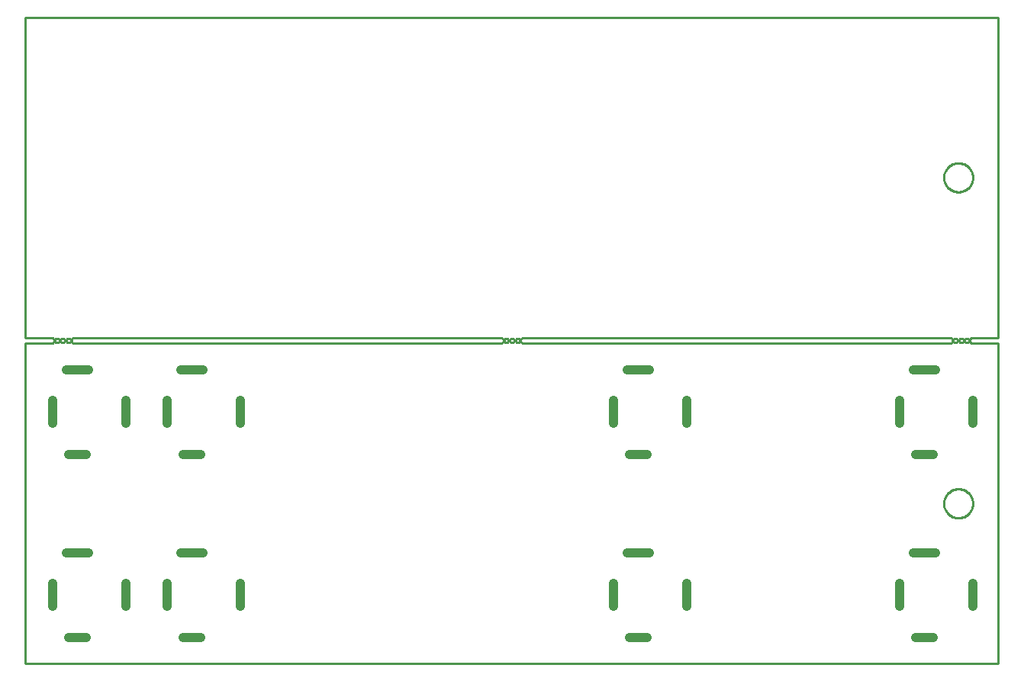
<source format=gko>
G04 EAGLE Gerber RS-274X export*
G75*
%MOMM*%
%FSLAX34Y34*%
%LPD*%
%INBoard Outline*%
%IPPOS*%
%AMOC8*
5,1,8,0,0,1.08239X$1,22.5*%
G01*
%ADD10C,0.000000*%
%ADD11C,1.000000*%
%ADD12C,0.254000*%


D10*
X0Y355600D02*
X0Y0D01*
X1079500Y0D01*
X1079500Y355600D01*
X1050925Y355600D01*
X1025525Y355600D02*
X552450Y355600D01*
X527050Y355600D02*
X53975Y355600D01*
X28575Y355600D02*
X0Y355600D01*
X1050925Y361950D02*
X1079500Y361950D01*
X1025525Y361950D02*
X552450Y361950D01*
X527050Y361950D02*
X53975Y361950D01*
X28575Y361950D02*
X0Y361950D01*
X0Y717550D01*
X1079500Y717550D02*
X1079500Y361950D01*
X1079500Y717550D02*
X0Y717550D01*
X1018984Y177800D02*
X1018989Y178194D01*
X1019003Y178588D01*
X1019028Y178982D01*
X1019061Y179375D01*
X1019105Y179767D01*
X1019158Y180157D01*
X1019221Y180547D01*
X1019293Y180934D01*
X1019374Y181320D01*
X1019465Y181704D01*
X1019566Y182085D01*
X1019676Y182464D01*
X1019795Y182840D01*
X1019923Y183212D01*
X1020061Y183582D01*
X1020207Y183948D01*
X1020362Y184311D01*
X1020527Y184669D01*
X1020699Y185023D01*
X1020881Y185373D01*
X1021071Y185719D01*
X1021270Y186060D01*
X1021477Y186395D01*
X1021692Y186726D01*
X1021915Y187051D01*
X1022146Y187371D01*
X1022384Y187684D01*
X1022631Y187992D01*
X1022885Y188294D01*
X1023146Y188589D01*
X1023414Y188878D01*
X1023690Y189160D01*
X1023972Y189436D01*
X1024261Y189704D01*
X1024556Y189965D01*
X1024858Y190219D01*
X1025166Y190466D01*
X1025479Y190704D01*
X1025799Y190935D01*
X1026124Y191158D01*
X1026455Y191373D01*
X1026790Y191580D01*
X1027131Y191779D01*
X1027477Y191969D01*
X1027827Y192151D01*
X1028181Y192323D01*
X1028539Y192488D01*
X1028902Y192643D01*
X1029268Y192789D01*
X1029638Y192927D01*
X1030010Y193055D01*
X1030386Y193174D01*
X1030765Y193284D01*
X1031146Y193385D01*
X1031530Y193476D01*
X1031916Y193557D01*
X1032303Y193629D01*
X1032693Y193692D01*
X1033083Y193745D01*
X1033475Y193789D01*
X1033868Y193822D01*
X1034262Y193847D01*
X1034656Y193861D01*
X1035050Y193866D01*
X1035444Y193861D01*
X1035838Y193847D01*
X1036232Y193822D01*
X1036625Y193789D01*
X1037017Y193745D01*
X1037407Y193692D01*
X1037797Y193629D01*
X1038184Y193557D01*
X1038570Y193476D01*
X1038954Y193385D01*
X1039335Y193284D01*
X1039714Y193174D01*
X1040090Y193055D01*
X1040462Y192927D01*
X1040832Y192789D01*
X1041198Y192643D01*
X1041561Y192488D01*
X1041919Y192323D01*
X1042273Y192151D01*
X1042623Y191969D01*
X1042969Y191779D01*
X1043310Y191580D01*
X1043645Y191373D01*
X1043976Y191158D01*
X1044301Y190935D01*
X1044621Y190704D01*
X1044934Y190466D01*
X1045242Y190219D01*
X1045544Y189965D01*
X1045839Y189704D01*
X1046128Y189436D01*
X1046410Y189160D01*
X1046686Y188878D01*
X1046954Y188589D01*
X1047215Y188294D01*
X1047469Y187992D01*
X1047716Y187684D01*
X1047954Y187371D01*
X1048185Y187051D01*
X1048408Y186726D01*
X1048623Y186395D01*
X1048830Y186060D01*
X1049029Y185719D01*
X1049219Y185373D01*
X1049401Y185023D01*
X1049573Y184669D01*
X1049738Y184311D01*
X1049893Y183948D01*
X1050039Y183582D01*
X1050177Y183212D01*
X1050305Y182840D01*
X1050424Y182464D01*
X1050534Y182085D01*
X1050635Y181704D01*
X1050726Y181320D01*
X1050807Y180934D01*
X1050879Y180547D01*
X1050942Y180157D01*
X1050995Y179767D01*
X1051039Y179375D01*
X1051072Y178982D01*
X1051097Y178588D01*
X1051111Y178194D01*
X1051116Y177800D01*
X1051111Y177406D01*
X1051097Y177012D01*
X1051072Y176618D01*
X1051039Y176225D01*
X1050995Y175833D01*
X1050942Y175443D01*
X1050879Y175053D01*
X1050807Y174666D01*
X1050726Y174280D01*
X1050635Y173896D01*
X1050534Y173515D01*
X1050424Y173136D01*
X1050305Y172760D01*
X1050177Y172388D01*
X1050039Y172018D01*
X1049893Y171652D01*
X1049738Y171289D01*
X1049573Y170931D01*
X1049401Y170577D01*
X1049219Y170227D01*
X1049029Y169881D01*
X1048830Y169540D01*
X1048623Y169205D01*
X1048408Y168874D01*
X1048185Y168549D01*
X1047954Y168229D01*
X1047716Y167916D01*
X1047469Y167608D01*
X1047215Y167306D01*
X1046954Y167011D01*
X1046686Y166722D01*
X1046410Y166440D01*
X1046128Y166164D01*
X1045839Y165896D01*
X1045544Y165635D01*
X1045242Y165381D01*
X1044934Y165134D01*
X1044621Y164896D01*
X1044301Y164665D01*
X1043976Y164442D01*
X1043645Y164227D01*
X1043310Y164020D01*
X1042969Y163821D01*
X1042623Y163631D01*
X1042273Y163449D01*
X1041919Y163277D01*
X1041561Y163112D01*
X1041198Y162957D01*
X1040832Y162811D01*
X1040462Y162673D01*
X1040090Y162545D01*
X1039714Y162426D01*
X1039335Y162316D01*
X1038954Y162215D01*
X1038570Y162124D01*
X1038184Y162043D01*
X1037797Y161971D01*
X1037407Y161908D01*
X1037017Y161855D01*
X1036625Y161811D01*
X1036232Y161778D01*
X1035838Y161753D01*
X1035444Y161739D01*
X1035050Y161734D01*
X1034656Y161739D01*
X1034262Y161753D01*
X1033868Y161778D01*
X1033475Y161811D01*
X1033083Y161855D01*
X1032693Y161908D01*
X1032303Y161971D01*
X1031916Y162043D01*
X1031530Y162124D01*
X1031146Y162215D01*
X1030765Y162316D01*
X1030386Y162426D01*
X1030010Y162545D01*
X1029638Y162673D01*
X1029268Y162811D01*
X1028902Y162957D01*
X1028539Y163112D01*
X1028181Y163277D01*
X1027827Y163449D01*
X1027477Y163631D01*
X1027131Y163821D01*
X1026790Y164020D01*
X1026455Y164227D01*
X1026124Y164442D01*
X1025799Y164665D01*
X1025479Y164896D01*
X1025166Y165134D01*
X1024858Y165381D01*
X1024556Y165635D01*
X1024261Y165896D01*
X1023972Y166164D01*
X1023690Y166440D01*
X1023414Y166722D01*
X1023146Y167011D01*
X1022885Y167306D01*
X1022631Y167608D01*
X1022384Y167916D01*
X1022146Y168229D01*
X1021915Y168549D01*
X1021692Y168874D01*
X1021477Y169205D01*
X1021270Y169540D01*
X1021071Y169881D01*
X1020881Y170227D01*
X1020699Y170577D01*
X1020527Y170931D01*
X1020362Y171289D01*
X1020207Y171652D01*
X1020061Y172018D01*
X1019923Y172388D01*
X1019795Y172760D01*
X1019676Y173136D01*
X1019566Y173515D01*
X1019465Y173896D01*
X1019374Y174280D01*
X1019293Y174666D01*
X1019221Y175053D01*
X1019158Y175443D01*
X1019105Y175833D01*
X1019061Y176225D01*
X1019028Y176618D01*
X1019003Y177012D01*
X1018989Y177406D01*
X1018984Y177800D01*
X1018984Y539750D02*
X1018989Y540144D01*
X1019003Y540538D01*
X1019028Y540932D01*
X1019061Y541325D01*
X1019105Y541717D01*
X1019158Y542107D01*
X1019221Y542497D01*
X1019293Y542884D01*
X1019374Y543270D01*
X1019465Y543654D01*
X1019566Y544035D01*
X1019676Y544414D01*
X1019795Y544790D01*
X1019923Y545162D01*
X1020061Y545532D01*
X1020207Y545898D01*
X1020362Y546261D01*
X1020527Y546619D01*
X1020699Y546973D01*
X1020881Y547323D01*
X1021071Y547669D01*
X1021270Y548010D01*
X1021477Y548345D01*
X1021692Y548676D01*
X1021915Y549001D01*
X1022146Y549321D01*
X1022384Y549634D01*
X1022631Y549942D01*
X1022885Y550244D01*
X1023146Y550539D01*
X1023414Y550828D01*
X1023690Y551110D01*
X1023972Y551386D01*
X1024261Y551654D01*
X1024556Y551915D01*
X1024858Y552169D01*
X1025166Y552416D01*
X1025479Y552654D01*
X1025799Y552885D01*
X1026124Y553108D01*
X1026455Y553323D01*
X1026790Y553530D01*
X1027131Y553729D01*
X1027477Y553919D01*
X1027827Y554101D01*
X1028181Y554273D01*
X1028539Y554438D01*
X1028902Y554593D01*
X1029268Y554739D01*
X1029638Y554877D01*
X1030010Y555005D01*
X1030386Y555124D01*
X1030765Y555234D01*
X1031146Y555335D01*
X1031530Y555426D01*
X1031916Y555507D01*
X1032303Y555579D01*
X1032693Y555642D01*
X1033083Y555695D01*
X1033475Y555739D01*
X1033868Y555772D01*
X1034262Y555797D01*
X1034656Y555811D01*
X1035050Y555816D01*
X1035444Y555811D01*
X1035838Y555797D01*
X1036232Y555772D01*
X1036625Y555739D01*
X1037017Y555695D01*
X1037407Y555642D01*
X1037797Y555579D01*
X1038184Y555507D01*
X1038570Y555426D01*
X1038954Y555335D01*
X1039335Y555234D01*
X1039714Y555124D01*
X1040090Y555005D01*
X1040462Y554877D01*
X1040832Y554739D01*
X1041198Y554593D01*
X1041561Y554438D01*
X1041919Y554273D01*
X1042273Y554101D01*
X1042623Y553919D01*
X1042969Y553729D01*
X1043310Y553530D01*
X1043645Y553323D01*
X1043976Y553108D01*
X1044301Y552885D01*
X1044621Y552654D01*
X1044934Y552416D01*
X1045242Y552169D01*
X1045544Y551915D01*
X1045839Y551654D01*
X1046128Y551386D01*
X1046410Y551110D01*
X1046686Y550828D01*
X1046954Y550539D01*
X1047215Y550244D01*
X1047469Y549942D01*
X1047716Y549634D01*
X1047954Y549321D01*
X1048185Y549001D01*
X1048408Y548676D01*
X1048623Y548345D01*
X1048830Y548010D01*
X1049029Y547669D01*
X1049219Y547323D01*
X1049401Y546973D01*
X1049573Y546619D01*
X1049738Y546261D01*
X1049893Y545898D01*
X1050039Y545532D01*
X1050177Y545162D01*
X1050305Y544790D01*
X1050424Y544414D01*
X1050534Y544035D01*
X1050635Y543654D01*
X1050726Y543270D01*
X1050807Y542884D01*
X1050879Y542497D01*
X1050942Y542107D01*
X1050995Y541717D01*
X1051039Y541325D01*
X1051072Y540932D01*
X1051097Y540538D01*
X1051111Y540144D01*
X1051116Y539750D01*
X1051111Y539356D01*
X1051097Y538962D01*
X1051072Y538568D01*
X1051039Y538175D01*
X1050995Y537783D01*
X1050942Y537393D01*
X1050879Y537003D01*
X1050807Y536616D01*
X1050726Y536230D01*
X1050635Y535846D01*
X1050534Y535465D01*
X1050424Y535086D01*
X1050305Y534710D01*
X1050177Y534338D01*
X1050039Y533968D01*
X1049893Y533602D01*
X1049738Y533239D01*
X1049573Y532881D01*
X1049401Y532527D01*
X1049219Y532177D01*
X1049029Y531831D01*
X1048830Y531490D01*
X1048623Y531155D01*
X1048408Y530824D01*
X1048185Y530499D01*
X1047954Y530179D01*
X1047716Y529866D01*
X1047469Y529558D01*
X1047215Y529256D01*
X1046954Y528961D01*
X1046686Y528672D01*
X1046410Y528390D01*
X1046128Y528114D01*
X1045839Y527846D01*
X1045544Y527585D01*
X1045242Y527331D01*
X1044934Y527084D01*
X1044621Y526846D01*
X1044301Y526615D01*
X1043976Y526392D01*
X1043645Y526177D01*
X1043310Y525970D01*
X1042969Y525771D01*
X1042623Y525581D01*
X1042273Y525399D01*
X1041919Y525227D01*
X1041561Y525062D01*
X1041198Y524907D01*
X1040832Y524761D01*
X1040462Y524623D01*
X1040090Y524495D01*
X1039714Y524376D01*
X1039335Y524266D01*
X1038954Y524165D01*
X1038570Y524074D01*
X1038184Y523993D01*
X1037797Y523921D01*
X1037407Y523858D01*
X1037017Y523805D01*
X1036625Y523761D01*
X1036232Y523728D01*
X1035838Y523703D01*
X1035444Y523689D01*
X1035050Y523684D01*
X1034656Y523689D01*
X1034262Y523703D01*
X1033868Y523728D01*
X1033475Y523761D01*
X1033083Y523805D01*
X1032693Y523858D01*
X1032303Y523921D01*
X1031916Y523993D01*
X1031530Y524074D01*
X1031146Y524165D01*
X1030765Y524266D01*
X1030386Y524376D01*
X1030010Y524495D01*
X1029638Y524623D01*
X1029268Y524761D01*
X1028902Y524907D01*
X1028539Y525062D01*
X1028181Y525227D01*
X1027827Y525399D01*
X1027477Y525581D01*
X1027131Y525771D01*
X1026790Y525970D01*
X1026455Y526177D01*
X1026124Y526392D01*
X1025799Y526615D01*
X1025479Y526846D01*
X1025166Y527084D01*
X1024858Y527331D01*
X1024556Y527585D01*
X1024261Y527846D01*
X1023972Y528114D01*
X1023690Y528390D01*
X1023414Y528672D01*
X1023146Y528961D01*
X1022885Y529256D01*
X1022631Y529558D01*
X1022384Y529866D01*
X1022146Y530179D01*
X1021915Y530499D01*
X1021692Y530824D01*
X1021477Y531155D01*
X1021270Y531490D01*
X1021071Y531831D01*
X1020881Y532177D01*
X1020699Y532527D01*
X1020527Y532881D01*
X1020362Y533239D01*
X1020207Y533602D01*
X1020061Y533968D01*
X1019923Y534338D01*
X1019795Y534710D01*
X1019676Y535086D01*
X1019566Y535465D01*
X1019465Y535846D01*
X1019374Y536230D01*
X1019293Y536616D01*
X1019221Y537003D01*
X1019158Y537393D01*
X1019105Y537783D01*
X1019061Y538175D01*
X1019028Y538568D01*
X1019003Y538962D01*
X1018989Y539356D01*
X1018984Y539750D01*
X32425Y358775D02*
X32427Y358874D01*
X32433Y358974D01*
X32443Y359073D01*
X32457Y359171D01*
X32474Y359269D01*
X32496Y359366D01*
X32521Y359462D01*
X32550Y359557D01*
X32583Y359651D01*
X32620Y359743D01*
X32660Y359834D01*
X32704Y359923D01*
X32752Y360011D01*
X32803Y360096D01*
X32857Y360179D01*
X32914Y360261D01*
X32975Y360339D01*
X33039Y360416D01*
X33105Y360489D01*
X33175Y360560D01*
X33247Y360628D01*
X33322Y360694D01*
X33400Y360756D01*
X33480Y360815D01*
X33562Y360871D01*
X33646Y360923D01*
X33733Y360972D01*
X33821Y361018D01*
X33911Y361060D01*
X34003Y361099D01*
X34096Y361134D01*
X34190Y361165D01*
X34286Y361192D01*
X34383Y361215D01*
X34480Y361235D01*
X34578Y361251D01*
X34677Y361263D01*
X34776Y361271D01*
X34875Y361275D01*
X34975Y361275D01*
X35074Y361271D01*
X35173Y361263D01*
X35272Y361251D01*
X35370Y361235D01*
X35467Y361215D01*
X35564Y361192D01*
X35660Y361165D01*
X35754Y361134D01*
X35847Y361099D01*
X35939Y361060D01*
X36029Y361018D01*
X36117Y360972D01*
X36204Y360923D01*
X36288Y360871D01*
X36370Y360815D01*
X36450Y360756D01*
X36528Y360694D01*
X36603Y360628D01*
X36675Y360560D01*
X36745Y360489D01*
X36811Y360416D01*
X36875Y360339D01*
X36936Y360261D01*
X36993Y360179D01*
X37047Y360096D01*
X37098Y360011D01*
X37146Y359923D01*
X37190Y359834D01*
X37230Y359743D01*
X37267Y359651D01*
X37300Y359557D01*
X37329Y359462D01*
X37354Y359366D01*
X37376Y359269D01*
X37393Y359171D01*
X37407Y359073D01*
X37417Y358974D01*
X37423Y358874D01*
X37425Y358775D01*
X37423Y358676D01*
X37417Y358576D01*
X37407Y358477D01*
X37393Y358379D01*
X37376Y358281D01*
X37354Y358184D01*
X37329Y358088D01*
X37300Y357993D01*
X37267Y357899D01*
X37230Y357807D01*
X37190Y357716D01*
X37146Y357627D01*
X37098Y357539D01*
X37047Y357454D01*
X36993Y357371D01*
X36936Y357289D01*
X36875Y357211D01*
X36811Y357134D01*
X36745Y357061D01*
X36675Y356990D01*
X36603Y356922D01*
X36528Y356856D01*
X36450Y356794D01*
X36370Y356735D01*
X36288Y356679D01*
X36204Y356627D01*
X36117Y356578D01*
X36029Y356532D01*
X35939Y356490D01*
X35847Y356451D01*
X35754Y356416D01*
X35660Y356385D01*
X35564Y356358D01*
X35467Y356335D01*
X35370Y356315D01*
X35272Y356299D01*
X35173Y356287D01*
X35074Y356279D01*
X34975Y356275D01*
X34875Y356275D01*
X34776Y356279D01*
X34677Y356287D01*
X34578Y356299D01*
X34480Y356315D01*
X34383Y356335D01*
X34286Y356358D01*
X34190Y356385D01*
X34096Y356416D01*
X34003Y356451D01*
X33911Y356490D01*
X33821Y356532D01*
X33733Y356578D01*
X33646Y356627D01*
X33562Y356679D01*
X33480Y356735D01*
X33400Y356794D01*
X33322Y356856D01*
X33247Y356922D01*
X33175Y356990D01*
X33105Y357061D01*
X33039Y357134D01*
X32975Y357211D01*
X32914Y357289D01*
X32857Y357371D01*
X32803Y357454D01*
X32752Y357539D01*
X32704Y357627D01*
X32660Y357716D01*
X32620Y357807D01*
X32583Y357899D01*
X32550Y357993D01*
X32521Y358088D01*
X32496Y358184D01*
X32474Y358281D01*
X32457Y358379D01*
X32443Y358477D01*
X32433Y358576D01*
X32427Y358676D01*
X32425Y358775D01*
X38775Y358775D02*
X38777Y358874D01*
X38783Y358974D01*
X38793Y359073D01*
X38807Y359171D01*
X38824Y359269D01*
X38846Y359366D01*
X38871Y359462D01*
X38900Y359557D01*
X38933Y359651D01*
X38970Y359743D01*
X39010Y359834D01*
X39054Y359923D01*
X39102Y360011D01*
X39153Y360096D01*
X39207Y360179D01*
X39264Y360261D01*
X39325Y360339D01*
X39389Y360416D01*
X39455Y360489D01*
X39525Y360560D01*
X39597Y360628D01*
X39672Y360694D01*
X39750Y360756D01*
X39830Y360815D01*
X39912Y360871D01*
X39996Y360923D01*
X40083Y360972D01*
X40171Y361018D01*
X40261Y361060D01*
X40353Y361099D01*
X40446Y361134D01*
X40540Y361165D01*
X40636Y361192D01*
X40733Y361215D01*
X40830Y361235D01*
X40928Y361251D01*
X41027Y361263D01*
X41126Y361271D01*
X41225Y361275D01*
X41325Y361275D01*
X41424Y361271D01*
X41523Y361263D01*
X41622Y361251D01*
X41720Y361235D01*
X41817Y361215D01*
X41914Y361192D01*
X42010Y361165D01*
X42104Y361134D01*
X42197Y361099D01*
X42289Y361060D01*
X42379Y361018D01*
X42467Y360972D01*
X42554Y360923D01*
X42638Y360871D01*
X42720Y360815D01*
X42800Y360756D01*
X42878Y360694D01*
X42953Y360628D01*
X43025Y360560D01*
X43095Y360489D01*
X43161Y360416D01*
X43225Y360339D01*
X43286Y360261D01*
X43343Y360179D01*
X43397Y360096D01*
X43448Y360011D01*
X43496Y359923D01*
X43540Y359834D01*
X43580Y359743D01*
X43617Y359651D01*
X43650Y359557D01*
X43679Y359462D01*
X43704Y359366D01*
X43726Y359269D01*
X43743Y359171D01*
X43757Y359073D01*
X43767Y358974D01*
X43773Y358874D01*
X43775Y358775D01*
X43773Y358676D01*
X43767Y358576D01*
X43757Y358477D01*
X43743Y358379D01*
X43726Y358281D01*
X43704Y358184D01*
X43679Y358088D01*
X43650Y357993D01*
X43617Y357899D01*
X43580Y357807D01*
X43540Y357716D01*
X43496Y357627D01*
X43448Y357539D01*
X43397Y357454D01*
X43343Y357371D01*
X43286Y357289D01*
X43225Y357211D01*
X43161Y357134D01*
X43095Y357061D01*
X43025Y356990D01*
X42953Y356922D01*
X42878Y356856D01*
X42800Y356794D01*
X42720Y356735D01*
X42638Y356679D01*
X42554Y356627D01*
X42467Y356578D01*
X42379Y356532D01*
X42289Y356490D01*
X42197Y356451D01*
X42104Y356416D01*
X42010Y356385D01*
X41914Y356358D01*
X41817Y356335D01*
X41720Y356315D01*
X41622Y356299D01*
X41523Y356287D01*
X41424Y356279D01*
X41325Y356275D01*
X41225Y356275D01*
X41126Y356279D01*
X41027Y356287D01*
X40928Y356299D01*
X40830Y356315D01*
X40733Y356335D01*
X40636Y356358D01*
X40540Y356385D01*
X40446Y356416D01*
X40353Y356451D01*
X40261Y356490D01*
X40171Y356532D01*
X40083Y356578D01*
X39996Y356627D01*
X39912Y356679D01*
X39830Y356735D01*
X39750Y356794D01*
X39672Y356856D01*
X39597Y356922D01*
X39525Y356990D01*
X39455Y357061D01*
X39389Y357134D01*
X39325Y357211D01*
X39264Y357289D01*
X39207Y357371D01*
X39153Y357454D01*
X39102Y357539D01*
X39054Y357627D01*
X39010Y357716D01*
X38970Y357807D01*
X38933Y357899D01*
X38900Y357993D01*
X38871Y358088D01*
X38846Y358184D01*
X38824Y358281D01*
X38807Y358379D01*
X38793Y358477D01*
X38783Y358576D01*
X38777Y358676D01*
X38775Y358775D01*
X45125Y358775D02*
X45127Y358874D01*
X45133Y358974D01*
X45143Y359073D01*
X45157Y359171D01*
X45174Y359269D01*
X45196Y359366D01*
X45221Y359462D01*
X45250Y359557D01*
X45283Y359651D01*
X45320Y359743D01*
X45360Y359834D01*
X45404Y359923D01*
X45452Y360011D01*
X45503Y360096D01*
X45557Y360179D01*
X45614Y360261D01*
X45675Y360339D01*
X45739Y360416D01*
X45805Y360489D01*
X45875Y360560D01*
X45947Y360628D01*
X46022Y360694D01*
X46100Y360756D01*
X46180Y360815D01*
X46262Y360871D01*
X46346Y360923D01*
X46433Y360972D01*
X46521Y361018D01*
X46611Y361060D01*
X46703Y361099D01*
X46796Y361134D01*
X46890Y361165D01*
X46986Y361192D01*
X47083Y361215D01*
X47180Y361235D01*
X47278Y361251D01*
X47377Y361263D01*
X47476Y361271D01*
X47575Y361275D01*
X47675Y361275D01*
X47774Y361271D01*
X47873Y361263D01*
X47972Y361251D01*
X48070Y361235D01*
X48167Y361215D01*
X48264Y361192D01*
X48360Y361165D01*
X48454Y361134D01*
X48547Y361099D01*
X48639Y361060D01*
X48729Y361018D01*
X48817Y360972D01*
X48904Y360923D01*
X48988Y360871D01*
X49070Y360815D01*
X49150Y360756D01*
X49228Y360694D01*
X49303Y360628D01*
X49375Y360560D01*
X49445Y360489D01*
X49511Y360416D01*
X49575Y360339D01*
X49636Y360261D01*
X49693Y360179D01*
X49747Y360096D01*
X49798Y360011D01*
X49846Y359923D01*
X49890Y359834D01*
X49930Y359743D01*
X49967Y359651D01*
X50000Y359557D01*
X50029Y359462D01*
X50054Y359366D01*
X50076Y359269D01*
X50093Y359171D01*
X50107Y359073D01*
X50117Y358974D01*
X50123Y358874D01*
X50125Y358775D01*
X50123Y358676D01*
X50117Y358576D01*
X50107Y358477D01*
X50093Y358379D01*
X50076Y358281D01*
X50054Y358184D01*
X50029Y358088D01*
X50000Y357993D01*
X49967Y357899D01*
X49930Y357807D01*
X49890Y357716D01*
X49846Y357627D01*
X49798Y357539D01*
X49747Y357454D01*
X49693Y357371D01*
X49636Y357289D01*
X49575Y357211D01*
X49511Y357134D01*
X49445Y357061D01*
X49375Y356990D01*
X49303Y356922D01*
X49228Y356856D01*
X49150Y356794D01*
X49070Y356735D01*
X48988Y356679D01*
X48904Y356627D01*
X48817Y356578D01*
X48729Y356532D01*
X48639Y356490D01*
X48547Y356451D01*
X48454Y356416D01*
X48360Y356385D01*
X48264Y356358D01*
X48167Y356335D01*
X48070Y356315D01*
X47972Y356299D01*
X47873Y356287D01*
X47774Y356279D01*
X47675Y356275D01*
X47575Y356275D01*
X47476Y356279D01*
X47377Y356287D01*
X47278Y356299D01*
X47180Y356315D01*
X47083Y356335D01*
X46986Y356358D01*
X46890Y356385D01*
X46796Y356416D01*
X46703Y356451D01*
X46611Y356490D01*
X46521Y356532D01*
X46433Y356578D01*
X46346Y356627D01*
X46262Y356679D01*
X46180Y356735D01*
X46100Y356794D01*
X46022Y356856D01*
X45947Y356922D01*
X45875Y356990D01*
X45805Y357061D01*
X45739Y357134D01*
X45675Y357211D01*
X45614Y357289D01*
X45557Y357371D01*
X45503Y357454D01*
X45452Y357539D01*
X45404Y357627D01*
X45360Y357716D01*
X45320Y357807D01*
X45283Y357899D01*
X45250Y357993D01*
X45221Y358088D01*
X45196Y358184D01*
X45174Y358281D01*
X45157Y358379D01*
X45143Y358477D01*
X45133Y358576D01*
X45127Y358676D01*
X45125Y358775D01*
X31750Y358775D02*
X31748Y358886D01*
X31742Y358996D01*
X31733Y359107D01*
X31719Y359217D01*
X31702Y359326D01*
X31681Y359435D01*
X31656Y359543D01*
X31627Y359650D01*
X31595Y359756D01*
X31559Y359861D01*
X31519Y359964D01*
X31476Y360066D01*
X31429Y360167D01*
X31378Y360266D01*
X31325Y360363D01*
X31268Y360457D01*
X31207Y360550D01*
X31144Y360641D01*
X31077Y360730D01*
X31007Y360816D01*
X30934Y360899D01*
X30859Y360981D01*
X30781Y361059D01*
X30699Y361134D01*
X30616Y361207D01*
X30530Y361277D01*
X30441Y361344D01*
X30350Y361407D01*
X30257Y361468D01*
X30163Y361525D01*
X30066Y361578D01*
X29967Y361629D01*
X29866Y361676D01*
X29764Y361719D01*
X29661Y361759D01*
X29556Y361795D01*
X29450Y361827D01*
X29343Y361856D01*
X29235Y361881D01*
X29126Y361902D01*
X29017Y361919D01*
X28907Y361933D01*
X28796Y361942D01*
X28686Y361948D01*
X28575Y361950D01*
X31750Y358775D02*
X31748Y358664D01*
X31742Y358554D01*
X31733Y358443D01*
X31719Y358333D01*
X31702Y358224D01*
X31681Y358115D01*
X31656Y358007D01*
X31627Y357900D01*
X31595Y357794D01*
X31559Y357689D01*
X31519Y357586D01*
X31476Y357484D01*
X31429Y357383D01*
X31378Y357284D01*
X31325Y357187D01*
X31268Y357093D01*
X31207Y357000D01*
X31144Y356909D01*
X31077Y356820D01*
X31007Y356734D01*
X30934Y356651D01*
X30859Y356569D01*
X30781Y356491D01*
X30699Y356416D01*
X30616Y356343D01*
X30530Y356273D01*
X30441Y356206D01*
X30350Y356143D01*
X30257Y356082D01*
X30162Y356025D01*
X30066Y355972D01*
X29967Y355921D01*
X29866Y355874D01*
X29764Y355831D01*
X29661Y355791D01*
X29556Y355755D01*
X29450Y355723D01*
X29343Y355694D01*
X29235Y355669D01*
X29126Y355648D01*
X29017Y355631D01*
X28907Y355617D01*
X28796Y355608D01*
X28686Y355602D01*
X28575Y355600D01*
X50800Y358775D02*
X50802Y358886D01*
X50808Y358996D01*
X50817Y359107D01*
X50831Y359217D01*
X50848Y359326D01*
X50869Y359435D01*
X50894Y359543D01*
X50923Y359650D01*
X50955Y359756D01*
X50991Y359861D01*
X51031Y359964D01*
X51074Y360066D01*
X51121Y360167D01*
X51172Y360266D01*
X51225Y360363D01*
X51282Y360457D01*
X51343Y360550D01*
X51406Y360641D01*
X51473Y360730D01*
X51543Y360816D01*
X51616Y360899D01*
X51691Y360981D01*
X51769Y361059D01*
X51851Y361134D01*
X51934Y361207D01*
X52020Y361277D01*
X52109Y361344D01*
X52200Y361407D01*
X52293Y361468D01*
X52388Y361525D01*
X52484Y361578D01*
X52583Y361629D01*
X52684Y361676D01*
X52786Y361719D01*
X52889Y361759D01*
X52994Y361795D01*
X53100Y361827D01*
X53207Y361856D01*
X53315Y361881D01*
X53424Y361902D01*
X53533Y361919D01*
X53643Y361933D01*
X53754Y361942D01*
X53864Y361948D01*
X53975Y361950D01*
X50800Y358775D02*
X50802Y358664D01*
X50808Y358554D01*
X50817Y358443D01*
X50831Y358333D01*
X50848Y358224D01*
X50869Y358115D01*
X50894Y358007D01*
X50923Y357900D01*
X50955Y357794D01*
X50991Y357689D01*
X51031Y357586D01*
X51074Y357484D01*
X51121Y357383D01*
X51172Y357284D01*
X51225Y357188D01*
X51282Y357093D01*
X51343Y357000D01*
X51406Y356909D01*
X51473Y356820D01*
X51543Y356734D01*
X51616Y356651D01*
X51691Y356569D01*
X51769Y356491D01*
X51851Y356416D01*
X51934Y356343D01*
X52020Y356273D01*
X52109Y356206D01*
X52200Y356143D01*
X52293Y356082D01*
X52387Y356025D01*
X52484Y355972D01*
X52583Y355921D01*
X52684Y355874D01*
X52786Y355831D01*
X52889Y355791D01*
X52994Y355755D01*
X53100Y355723D01*
X53207Y355694D01*
X53315Y355669D01*
X53424Y355648D01*
X53533Y355631D01*
X53643Y355617D01*
X53754Y355608D01*
X53864Y355602D01*
X53975Y355600D01*
X1042075Y358775D02*
X1042077Y358874D01*
X1042083Y358974D01*
X1042093Y359073D01*
X1042107Y359171D01*
X1042124Y359269D01*
X1042146Y359366D01*
X1042171Y359462D01*
X1042200Y359557D01*
X1042233Y359651D01*
X1042270Y359743D01*
X1042310Y359834D01*
X1042354Y359923D01*
X1042402Y360011D01*
X1042453Y360096D01*
X1042507Y360179D01*
X1042564Y360261D01*
X1042625Y360339D01*
X1042689Y360416D01*
X1042755Y360489D01*
X1042825Y360560D01*
X1042897Y360628D01*
X1042972Y360694D01*
X1043050Y360756D01*
X1043130Y360815D01*
X1043212Y360871D01*
X1043296Y360923D01*
X1043383Y360972D01*
X1043471Y361018D01*
X1043561Y361060D01*
X1043653Y361099D01*
X1043746Y361134D01*
X1043840Y361165D01*
X1043936Y361192D01*
X1044033Y361215D01*
X1044130Y361235D01*
X1044228Y361251D01*
X1044327Y361263D01*
X1044426Y361271D01*
X1044525Y361275D01*
X1044625Y361275D01*
X1044724Y361271D01*
X1044823Y361263D01*
X1044922Y361251D01*
X1045020Y361235D01*
X1045117Y361215D01*
X1045214Y361192D01*
X1045310Y361165D01*
X1045404Y361134D01*
X1045497Y361099D01*
X1045589Y361060D01*
X1045679Y361018D01*
X1045767Y360972D01*
X1045854Y360923D01*
X1045938Y360871D01*
X1046020Y360815D01*
X1046100Y360756D01*
X1046178Y360694D01*
X1046253Y360628D01*
X1046325Y360560D01*
X1046395Y360489D01*
X1046461Y360416D01*
X1046525Y360339D01*
X1046586Y360261D01*
X1046643Y360179D01*
X1046697Y360096D01*
X1046748Y360011D01*
X1046796Y359923D01*
X1046840Y359834D01*
X1046880Y359743D01*
X1046917Y359651D01*
X1046950Y359557D01*
X1046979Y359462D01*
X1047004Y359366D01*
X1047026Y359269D01*
X1047043Y359171D01*
X1047057Y359073D01*
X1047067Y358974D01*
X1047073Y358874D01*
X1047075Y358775D01*
X1047073Y358676D01*
X1047067Y358576D01*
X1047057Y358477D01*
X1047043Y358379D01*
X1047026Y358281D01*
X1047004Y358184D01*
X1046979Y358088D01*
X1046950Y357993D01*
X1046917Y357899D01*
X1046880Y357807D01*
X1046840Y357716D01*
X1046796Y357627D01*
X1046748Y357539D01*
X1046697Y357454D01*
X1046643Y357371D01*
X1046586Y357289D01*
X1046525Y357211D01*
X1046461Y357134D01*
X1046395Y357061D01*
X1046325Y356990D01*
X1046253Y356922D01*
X1046178Y356856D01*
X1046100Y356794D01*
X1046020Y356735D01*
X1045938Y356679D01*
X1045854Y356627D01*
X1045767Y356578D01*
X1045679Y356532D01*
X1045589Y356490D01*
X1045497Y356451D01*
X1045404Y356416D01*
X1045310Y356385D01*
X1045214Y356358D01*
X1045117Y356335D01*
X1045020Y356315D01*
X1044922Y356299D01*
X1044823Y356287D01*
X1044724Y356279D01*
X1044625Y356275D01*
X1044525Y356275D01*
X1044426Y356279D01*
X1044327Y356287D01*
X1044228Y356299D01*
X1044130Y356315D01*
X1044033Y356335D01*
X1043936Y356358D01*
X1043840Y356385D01*
X1043746Y356416D01*
X1043653Y356451D01*
X1043561Y356490D01*
X1043471Y356532D01*
X1043383Y356578D01*
X1043296Y356627D01*
X1043212Y356679D01*
X1043130Y356735D01*
X1043050Y356794D01*
X1042972Y356856D01*
X1042897Y356922D01*
X1042825Y356990D01*
X1042755Y357061D01*
X1042689Y357134D01*
X1042625Y357211D01*
X1042564Y357289D01*
X1042507Y357371D01*
X1042453Y357454D01*
X1042402Y357539D01*
X1042354Y357627D01*
X1042310Y357716D01*
X1042270Y357807D01*
X1042233Y357899D01*
X1042200Y357993D01*
X1042171Y358088D01*
X1042146Y358184D01*
X1042124Y358281D01*
X1042107Y358379D01*
X1042093Y358477D01*
X1042083Y358576D01*
X1042077Y358676D01*
X1042075Y358775D01*
X1035725Y358775D02*
X1035727Y358874D01*
X1035733Y358974D01*
X1035743Y359073D01*
X1035757Y359171D01*
X1035774Y359269D01*
X1035796Y359366D01*
X1035821Y359462D01*
X1035850Y359557D01*
X1035883Y359651D01*
X1035920Y359743D01*
X1035960Y359834D01*
X1036004Y359923D01*
X1036052Y360011D01*
X1036103Y360096D01*
X1036157Y360179D01*
X1036214Y360261D01*
X1036275Y360339D01*
X1036339Y360416D01*
X1036405Y360489D01*
X1036475Y360560D01*
X1036547Y360628D01*
X1036622Y360694D01*
X1036700Y360756D01*
X1036780Y360815D01*
X1036862Y360871D01*
X1036946Y360923D01*
X1037033Y360972D01*
X1037121Y361018D01*
X1037211Y361060D01*
X1037303Y361099D01*
X1037396Y361134D01*
X1037490Y361165D01*
X1037586Y361192D01*
X1037683Y361215D01*
X1037780Y361235D01*
X1037878Y361251D01*
X1037977Y361263D01*
X1038076Y361271D01*
X1038175Y361275D01*
X1038275Y361275D01*
X1038374Y361271D01*
X1038473Y361263D01*
X1038572Y361251D01*
X1038670Y361235D01*
X1038767Y361215D01*
X1038864Y361192D01*
X1038960Y361165D01*
X1039054Y361134D01*
X1039147Y361099D01*
X1039239Y361060D01*
X1039329Y361018D01*
X1039417Y360972D01*
X1039504Y360923D01*
X1039588Y360871D01*
X1039670Y360815D01*
X1039750Y360756D01*
X1039828Y360694D01*
X1039903Y360628D01*
X1039975Y360560D01*
X1040045Y360489D01*
X1040111Y360416D01*
X1040175Y360339D01*
X1040236Y360261D01*
X1040293Y360179D01*
X1040347Y360096D01*
X1040398Y360011D01*
X1040446Y359923D01*
X1040490Y359834D01*
X1040530Y359743D01*
X1040567Y359651D01*
X1040600Y359557D01*
X1040629Y359462D01*
X1040654Y359366D01*
X1040676Y359269D01*
X1040693Y359171D01*
X1040707Y359073D01*
X1040717Y358974D01*
X1040723Y358874D01*
X1040725Y358775D01*
X1040723Y358676D01*
X1040717Y358576D01*
X1040707Y358477D01*
X1040693Y358379D01*
X1040676Y358281D01*
X1040654Y358184D01*
X1040629Y358088D01*
X1040600Y357993D01*
X1040567Y357899D01*
X1040530Y357807D01*
X1040490Y357716D01*
X1040446Y357627D01*
X1040398Y357539D01*
X1040347Y357454D01*
X1040293Y357371D01*
X1040236Y357289D01*
X1040175Y357211D01*
X1040111Y357134D01*
X1040045Y357061D01*
X1039975Y356990D01*
X1039903Y356922D01*
X1039828Y356856D01*
X1039750Y356794D01*
X1039670Y356735D01*
X1039588Y356679D01*
X1039504Y356627D01*
X1039417Y356578D01*
X1039329Y356532D01*
X1039239Y356490D01*
X1039147Y356451D01*
X1039054Y356416D01*
X1038960Y356385D01*
X1038864Y356358D01*
X1038767Y356335D01*
X1038670Y356315D01*
X1038572Y356299D01*
X1038473Y356287D01*
X1038374Y356279D01*
X1038275Y356275D01*
X1038175Y356275D01*
X1038076Y356279D01*
X1037977Y356287D01*
X1037878Y356299D01*
X1037780Y356315D01*
X1037683Y356335D01*
X1037586Y356358D01*
X1037490Y356385D01*
X1037396Y356416D01*
X1037303Y356451D01*
X1037211Y356490D01*
X1037121Y356532D01*
X1037033Y356578D01*
X1036946Y356627D01*
X1036862Y356679D01*
X1036780Y356735D01*
X1036700Y356794D01*
X1036622Y356856D01*
X1036547Y356922D01*
X1036475Y356990D01*
X1036405Y357061D01*
X1036339Y357134D01*
X1036275Y357211D01*
X1036214Y357289D01*
X1036157Y357371D01*
X1036103Y357454D01*
X1036052Y357539D01*
X1036004Y357627D01*
X1035960Y357716D01*
X1035920Y357807D01*
X1035883Y357899D01*
X1035850Y357993D01*
X1035821Y358088D01*
X1035796Y358184D01*
X1035774Y358281D01*
X1035757Y358379D01*
X1035743Y358477D01*
X1035733Y358576D01*
X1035727Y358676D01*
X1035725Y358775D01*
X1029375Y358775D02*
X1029377Y358874D01*
X1029383Y358974D01*
X1029393Y359073D01*
X1029407Y359171D01*
X1029424Y359269D01*
X1029446Y359366D01*
X1029471Y359462D01*
X1029500Y359557D01*
X1029533Y359651D01*
X1029570Y359743D01*
X1029610Y359834D01*
X1029654Y359923D01*
X1029702Y360011D01*
X1029753Y360096D01*
X1029807Y360179D01*
X1029864Y360261D01*
X1029925Y360339D01*
X1029989Y360416D01*
X1030055Y360489D01*
X1030125Y360560D01*
X1030197Y360628D01*
X1030272Y360694D01*
X1030350Y360756D01*
X1030430Y360815D01*
X1030512Y360871D01*
X1030596Y360923D01*
X1030683Y360972D01*
X1030771Y361018D01*
X1030861Y361060D01*
X1030953Y361099D01*
X1031046Y361134D01*
X1031140Y361165D01*
X1031236Y361192D01*
X1031333Y361215D01*
X1031430Y361235D01*
X1031528Y361251D01*
X1031627Y361263D01*
X1031726Y361271D01*
X1031825Y361275D01*
X1031925Y361275D01*
X1032024Y361271D01*
X1032123Y361263D01*
X1032222Y361251D01*
X1032320Y361235D01*
X1032417Y361215D01*
X1032514Y361192D01*
X1032610Y361165D01*
X1032704Y361134D01*
X1032797Y361099D01*
X1032889Y361060D01*
X1032979Y361018D01*
X1033067Y360972D01*
X1033154Y360923D01*
X1033238Y360871D01*
X1033320Y360815D01*
X1033400Y360756D01*
X1033478Y360694D01*
X1033553Y360628D01*
X1033625Y360560D01*
X1033695Y360489D01*
X1033761Y360416D01*
X1033825Y360339D01*
X1033886Y360261D01*
X1033943Y360179D01*
X1033997Y360096D01*
X1034048Y360011D01*
X1034096Y359923D01*
X1034140Y359834D01*
X1034180Y359743D01*
X1034217Y359651D01*
X1034250Y359557D01*
X1034279Y359462D01*
X1034304Y359366D01*
X1034326Y359269D01*
X1034343Y359171D01*
X1034357Y359073D01*
X1034367Y358974D01*
X1034373Y358874D01*
X1034375Y358775D01*
X1034373Y358676D01*
X1034367Y358576D01*
X1034357Y358477D01*
X1034343Y358379D01*
X1034326Y358281D01*
X1034304Y358184D01*
X1034279Y358088D01*
X1034250Y357993D01*
X1034217Y357899D01*
X1034180Y357807D01*
X1034140Y357716D01*
X1034096Y357627D01*
X1034048Y357539D01*
X1033997Y357454D01*
X1033943Y357371D01*
X1033886Y357289D01*
X1033825Y357211D01*
X1033761Y357134D01*
X1033695Y357061D01*
X1033625Y356990D01*
X1033553Y356922D01*
X1033478Y356856D01*
X1033400Y356794D01*
X1033320Y356735D01*
X1033238Y356679D01*
X1033154Y356627D01*
X1033067Y356578D01*
X1032979Y356532D01*
X1032889Y356490D01*
X1032797Y356451D01*
X1032704Y356416D01*
X1032610Y356385D01*
X1032514Y356358D01*
X1032417Y356335D01*
X1032320Y356315D01*
X1032222Y356299D01*
X1032123Y356287D01*
X1032024Y356279D01*
X1031925Y356275D01*
X1031825Y356275D01*
X1031726Y356279D01*
X1031627Y356287D01*
X1031528Y356299D01*
X1031430Y356315D01*
X1031333Y356335D01*
X1031236Y356358D01*
X1031140Y356385D01*
X1031046Y356416D01*
X1030953Y356451D01*
X1030861Y356490D01*
X1030771Y356532D01*
X1030683Y356578D01*
X1030596Y356627D01*
X1030512Y356679D01*
X1030430Y356735D01*
X1030350Y356794D01*
X1030272Y356856D01*
X1030197Y356922D01*
X1030125Y356990D01*
X1030055Y357061D01*
X1029989Y357134D01*
X1029925Y357211D01*
X1029864Y357289D01*
X1029807Y357371D01*
X1029753Y357454D01*
X1029702Y357539D01*
X1029654Y357627D01*
X1029610Y357716D01*
X1029570Y357807D01*
X1029533Y357899D01*
X1029500Y357993D01*
X1029471Y358088D01*
X1029446Y358184D01*
X1029424Y358281D01*
X1029407Y358379D01*
X1029393Y358477D01*
X1029383Y358576D01*
X1029377Y358676D01*
X1029375Y358775D01*
X1028700Y358775D02*
X1028698Y358886D01*
X1028692Y358996D01*
X1028683Y359107D01*
X1028669Y359217D01*
X1028652Y359326D01*
X1028631Y359435D01*
X1028606Y359543D01*
X1028577Y359650D01*
X1028545Y359756D01*
X1028509Y359861D01*
X1028469Y359964D01*
X1028426Y360066D01*
X1028379Y360167D01*
X1028328Y360266D01*
X1028275Y360363D01*
X1028218Y360457D01*
X1028157Y360550D01*
X1028094Y360641D01*
X1028027Y360730D01*
X1027957Y360816D01*
X1027884Y360899D01*
X1027809Y360981D01*
X1027731Y361059D01*
X1027649Y361134D01*
X1027566Y361207D01*
X1027480Y361277D01*
X1027391Y361344D01*
X1027300Y361407D01*
X1027207Y361468D01*
X1027113Y361525D01*
X1027016Y361578D01*
X1026917Y361629D01*
X1026816Y361676D01*
X1026714Y361719D01*
X1026611Y361759D01*
X1026506Y361795D01*
X1026400Y361827D01*
X1026293Y361856D01*
X1026185Y361881D01*
X1026076Y361902D01*
X1025967Y361919D01*
X1025857Y361933D01*
X1025746Y361942D01*
X1025636Y361948D01*
X1025525Y361950D01*
X1028700Y358775D02*
X1028698Y358664D01*
X1028692Y358554D01*
X1028683Y358443D01*
X1028669Y358333D01*
X1028652Y358224D01*
X1028631Y358115D01*
X1028606Y358007D01*
X1028577Y357900D01*
X1028545Y357794D01*
X1028509Y357689D01*
X1028469Y357586D01*
X1028426Y357484D01*
X1028379Y357383D01*
X1028328Y357284D01*
X1028275Y357187D01*
X1028218Y357093D01*
X1028157Y357000D01*
X1028094Y356909D01*
X1028027Y356820D01*
X1027957Y356734D01*
X1027884Y356651D01*
X1027809Y356569D01*
X1027731Y356491D01*
X1027649Y356416D01*
X1027566Y356343D01*
X1027480Y356273D01*
X1027391Y356206D01*
X1027300Y356143D01*
X1027207Y356082D01*
X1027113Y356025D01*
X1027016Y355972D01*
X1026917Y355921D01*
X1026816Y355874D01*
X1026714Y355831D01*
X1026611Y355791D01*
X1026506Y355755D01*
X1026400Y355723D01*
X1026293Y355694D01*
X1026185Y355669D01*
X1026076Y355648D01*
X1025967Y355631D01*
X1025857Y355617D01*
X1025746Y355608D01*
X1025636Y355602D01*
X1025525Y355600D01*
X1047750Y358775D02*
X1047752Y358886D01*
X1047758Y358996D01*
X1047767Y359107D01*
X1047781Y359217D01*
X1047798Y359326D01*
X1047819Y359435D01*
X1047844Y359543D01*
X1047873Y359650D01*
X1047905Y359756D01*
X1047941Y359861D01*
X1047981Y359964D01*
X1048024Y360066D01*
X1048071Y360167D01*
X1048122Y360266D01*
X1048175Y360363D01*
X1048232Y360457D01*
X1048293Y360550D01*
X1048356Y360641D01*
X1048423Y360730D01*
X1048493Y360816D01*
X1048566Y360899D01*
X1048641Y360981D01*
X1048719Y361059D01*
X1048801Y361134D01*
X1048884Y361207D01*
X1048970Y361277D01*
X1049059Y361344D01*
X1049150Y361407D01*
X1049243Y361468D01*
X1049338Y361525D01*
X1049434Y361578D01*
X1049533Y361629D01*
X1049634Y361676D01*
X1049736Y361719D01*
X1049839Y361759D01*
X1049944Y361795D01*
X1050050Y361827D01*
X1050157Y361856D01*
X1050265Y361881D01*
X1050374Y361902D01*
X1050483Y361919D01*
X1050593Y361933D01*
X1050704Y361942D01*
X1050814Y361948D01*
X1050925Y361950D01*
X1047750Y358775D02*
X1047752Y358664D01*
X1047758Y358554D01*
X1047767Y358443D01*
X1047781Y358333D01*
X1047798Y358224D01*
X1047819Y358115D01*
X1047844Y358007D01*
X1047873Y357900D01*
X1047905Y357794D01*
X1047941Y357689D01*
X1047981Y357586D01*
X1048024Y357484D01*
X1048071Y357383D01*
X1048122Y357284D01*
X1048175Y357188D01*
X1048232Y357093D01*
X1048293Y357000D01*
X1048356Y356909D01*
X1048423Y356820D01*
X1048493Y356734D01*
X1048566Y356651D01*
X1048641Y356569D01*
X1048719Y356491D01*
X1048801Y356416D01*
X1048884Y356343D01*
X1048970Y356273D01*
X1049059Y356206D01*
X1049150Y356143D01*
X1049243Y356082D01*
X1049338Y356025D01*
X1049434Y355972D01*
X1049533Y355921D01*
X1049634Y355874D01*
X1049736Y355831D01*
X1049839Y355791D01*
X1049944Y355755D01*
X1050050Y355723D01*
X1050157Y355694D01*
X1050265Y355669D01*
X1050374Y355648D01*
X1050483Y355631D01*
X1050593Y355617D01*
X1050704Y355608D01*
X1050814Y355602D01*
X1050925Y355600D01*
X530900Y358775D02*
X530902Y358874D01*
X530908Y358974D01*
X530918Y359073D01*
X530932Y359171D01*
X530949Y359269D01*
X530971Y359366D01*
X530996Y359462D01*
X531025Y359557D01*
X531058Y359651D01*
X531095Y359743D01*
X531135Y359834D01*
X531179Y359923D01*
X531227Y360011D01*
X531278Y360096D01*
X531332Y360179D01*
X531389Y360261D01*
X531450Y360339D01*
X531514Y360416D01*
X531580Y360489D01*
X531650Y360560D01*
X531722Y360628D01*
X531797Y360694D01*
X531875Y360756D01*
X531955Y360815D01*
X532037Y360871D01*
X532121Y360923D01*
X532208Y360972D01*
X532296Y361018D01*
X532386Y361060D01*
X532478Y361099D01*
X532571Y361134D01*
X532665Y361165D01*
X532761Y361192D01*
X532858Y361215D01*
X532955Y361235D01*
X533053Y361251D01*
X533152Y361263D01*
X533251Y361271D01*
X533350Y361275D01*
X533450Y361275D01*
X533549Y361271D01*
X533648Y361263D01*
X533747Y361251D01*
X533845Y361235D01*
X533942Y361215D01*
X534039Y361192D01*
X534135Y361165D01*
X534229Y361134D01*
X534322Y361099D01*
X534414Y361060D01*
X534504Y361018D01*
X534592Y360972D01*
X534679Y360923D01*
X534763Y360871D01*
X534845Y360815D01*
X534925Y360756D01*
X535003Y360694D01*
X535078Y360628D01*
X535150Y360560D01*
X535220Y360489D01*
X535286Y360416D01*
X535350Y360339D01*
X535411Y360261D01*
X535468Y360179D01*
X535522Y360096D01*
X535573Y360011D01*
X535621Y359923D01*
X535665Y359834D01*
X535705Y359743D01*
X535742Y359651D01*
X535775Y359557D01*
X535804Y359462D01*
X535829Y359366D01*
X535851Y359269D01*
X535868Y359171D01*
X535882Y359073D01*
X535892Y358974D01*
X535898Y358874D01*
X535900Y358775D01*
X535898Y358676D01*
X535892Y358576D01*
X535882Y358477D01*
X535868Y358379D01*
X535851Y358281D01*
X535829Y358184D01*
X535804Y358088D01*
X535775Y357993D01*
X535742Y357899D01*
X535705Y357807D01*
X535665Y357716D01*
X535621Y357627D01*
X535573Y357539D01*
X535522Y357454D01*
X535468Y357371D01*
X535411Y357289D01*
X535350Y357211D01*
X535286Y357134D01*
X535220Y357061D01*
X535150Y356990D01*
X535078Y356922D01*
X535003Y356856D01*
X534925Y356794D01*
X534845Y356735D01*
X534763Y356679D01*
X534679Y356627D01*
X534592Y356578D01*
X534504Y356532D01*
X534414Y356490D01*
X534322Y356451D01*
X534229Y356416D01*
X534135Y356385D01*
X534039Y356358D01*
X533942Y356335D01*
X533845Y356315D01*
X533747Y356299D01*
X533648Y356287D01*
X533549Y356279D01*
X533450Y356275D01*
X533350Y356275D01*
X533251Y356279D01*
X533152Y356287D01*
X533053Y356299D01*
X532955Y356315D01*
X532858Y356335D01*
X532761Y356358D01*
X532665Y356385D01*
X532571Y356416D01*
X532478Y356451D01*
X532386Y356490D01*
X532296Y356532D01*
X532208Y356578D01*
X532121Y356627D01*
X532037Y356679D01*
X531955Y356735D01*
X531875Y356794D01*
X531797Y356856D01*
X531722Y356922D01*
X531650Y356990D01*
X531580Y357061D01*
X531514Y357134D01*
X531450Y357211D01*
X531389Y357289D01*
X531332Y357371D01*
X531278Y357454D01*
X531227Y357539D01*
X531179Y357627D01*
X531135Y357716D01*
X531095Y357807D01*
X531058Y357899D01*
X531025Y357993D01*
X530996Y358088D01*
X530971Y358184D01*
X530949Y358281D01*
X530932Y358379D01*
X530918Y358477D01*
X530908Y358576D01*
X530902Y358676D01*
X530900Y358775D01*
X537250Y358775D02*
X537252Y358874D01*
X537258Y358974D01*
X537268Y359073D01*
X537282Y359171D01*
X537299Y359269D01*
X537321Y359366D01*
X537346Y359462D01*
X537375Y359557D01*
X537408Y359651D01*
X537445Y359743D01*
X537485Y359834D01*
X537529Y359923D01*
X537577Y360011D01*
X537628Y360096D01*
X537682Y360179D01*
X537739Y360261D01*
X537800Y360339D01*
X537864Y360416D01*
X537930Y360489D01*
X538000Y360560D01*
X538072Y360628D01*
X538147Y360694D01*
X538225Y360756D01*
X538305Y360815D01*
X538387Y360871D01*
X538471Y360923D01*
X538558Y360972D01*
X538646Y361018D01*
X538736Y361060D01*
X538828Y361099D01*
X538921Y361134D01*
X539015Y361165D01*
X539111Y361192D01*
X539208Y361215D01*
X539305Y361235D01*
X539403Y361251D01*
X539502Y361263D01*
X539601Y361271D01*
X539700Y361275D01*
X539800Y361275D01*
X539899Y361271D01*
X539998Y361263D01*
X540097Y361251D01*
X540195Y361235D01*
X540292Y361215D01*
X540389Y361192D01*
X540485Y361165D01*
X540579Y361134D01*
X540672Y361099D01*
X540764Y361060D01*
X540854Y361018D01*
X540942Y360972D01*
X541029Y360923D01*
X541113Y360871D01*
X541195Y360815D01*
X541275Y360756D01*
X541353Y360694D01*
X541428Y360628D01*
X541500Y360560D01*
X541570Y360489D01*
X541636Y360416D01*
X541700Y360339D01*
X541761Y360261D01*
X541818Y360179D01*
X541872Y360096D01*
X541923Y360011D01*
X541971Y359923D01*
X542015Y359834D01*
X542055Y359743D01*
X542092Y359651D01*
X542125Y359557D01*
X542154Y359462D01*
X542179Y359366D01*
X542201Y359269D01*
X542218Y359171D01*
X542232Y359073D01*
X542242Y358974D01*
X542248Y358874D01*
X542250Y358775D01*
X542248Y358676D01*
X542242Y358576D01*
X542232Y358477D01*
X542218Y358379D01*
X542201Y358281D01*
X542179Y358184D01*
X542154Y358088D01*
X542125Y357993D01*
X542092Y357899D01*
X542055Y357807D01*
X542015Y357716D01*
X541971Y357627D01*
X541923Y357539D01*
X541872Y357454D01*
X541818Y357371D01*
X541761Y357289D01*
X541700Y357211D01*
X541636Y357134D01*
X541570Y357061D01*
X541500Y356990D01*
X541428Y356922D01*
X541353Y356856D01*
X541275Y356794D01*
X541195Y356735D01*
X541113Y356679D01*
X541029Y356627D01*
X540942Y356578D01*
X540854Y356532D01*
X540764Y356490D01*
X540672Y356451D01*
X540579Y356416D01*
X540485Y356385D01*
X540389Y356358D01*
X540292Y356335D01*
X540195Y356315D01*
X540097Y356299D01*
X539998Y356287D01*
X539899Y356279D01*
X539800Y356275D01*
X539700Y356275D01*
X539601Y356279D01*
X539502Y356287D01*
X539403Y356299D01*
X539305Y356315D01*
X539208Y356335D01*
X539111Y356358D01*
X539015Y356385D01*
X538921Y356416D01*
X538828Y356451D01*
X538736Y356490D01*
X538646Y356532D01*
X538558Y356578D01*
X538471Y356627D01*
X538387Y356679D01*
X538305Y356735D01*
X538225Y356794D01*
X538147Y356856D01*
X538072Y356922D01*
X538000Y356990D01*
X537930Y357061D01*
X537864Y357134D01*
X537800Y357211D01*
X537739Y357289D01*
X537682Y357371D01*
X537628Y357454D01*
X537577Y357539D01*
X537529Y357627D01*
X537485Y357716D01*
X537445Y357807D01*
X537408Y357899D01*
X537375Y357993D01*
X537346Y358088D01*
X537321Y358184D01*
X537299Y358281D01*
X537282Y358379D01*
X537268Y358477D01*
X537258Y358576D01*
X537252Y358676D01*
X537250Y358775D01*
X543600Y358775D02*
X543602Y358874D01*
X543608Y358974D01*
X543618Y359073D01*
X543632Y359171D01*
X543649Y359269D01*
X543671Y359366D01*
X543696Y359462D01*
X543725Y359557D01*
X543758Y359651D01*
X543795Y359743D01*
X543835Y359834D01*
X543879Y359923D01*
X543927Y360011D01*
X543978Y360096D01*
X544032Y360179D01*
X544089Y360261D01*
X544150Y360339D01*
X544214Y360416D01*
X544280Y360489D01*
X544350Y360560D01*
X544422Y360628D01*
X544497Y360694D01*
X544575Y360756D01*
X544655Y360815D01*
X544737Y360871D01*
X544821Y360923D01*
X544908Y360972D01*
X544996Y361018D01*
X545086Y361060D01*
X545178Y361099D01*
X545271Y361134D01*
X545365Y361165D01*
X545461Y361192D01*
X545558Y361215D01*
X545655Y361235D01*
X545753Y361251D01*
X545852Y361263D01*
X545951Y361271D01*
X546050Y361275D01*
X546150Y361275D01*
X546249Y361271D01*
X546348Y361263D01*
X546447Y361251D01*
X546545Y361235D01*
X546642Y361215D01*
X546739Y361192D01*
X546835Y361165D01*
X546929Y361134D01*
X547022Y361099D01*
X547114Y361060D01*
X547204Y361018D01*
X547292Y360972D01*
X547379Y360923D01*
X547463Y360871D01*
X547545Y360815D01*
X547625Y360756D01*
X547703Y360694D01*
X547778Y360628D01*
X547850Y360560D01*
X547920Y360489D01*
X547986Y360416D01*
X548050Y360339D01*
X548111Y360261D01*
X548168Y360179D01*
X548222Y360096D01*
X548273Y360011D01*
X548321Y359923D01*
X548365Y359834D01*
X548405Y359743D01*
X548442Y359651D01*
X548475Y359557D01*
X548504Y359462D01*
X548529Y359366D01*
X548551Y359269D01*
X548568Y359171D01*
X548582Y359073D01*
X548592Y358974D01*
X548598Y358874D01*
X548600Y358775D01*
X548598Y358676D01*
X548592Y358576D01*
X548582Y358477D01*
X548568Y358379D01*
X548551Y358281D01*
X548529Y358184D01*
X548504Y358088D01*
X548475Y357993D01*
X548442Y357899D01*
X548405Y357807D01*
X548365Y357716D01*
X548321Y357627D01*
X548273Y357539D01*
X548222Y357454D01*
X548168Y357371D01*
X548111Y357289D01*
X548050Y357211D01*
X547986Y357134D01*
X547920Y357061D01*
X547850Y356990D01*
X547778Y356922D01*
X547703Y356856D01*
X547625Y356794D01*
X547545Y356735D01*
X547463Y356679D01*
X547379Y356627D01*
X547292Y356578D01*
X547204Y356532D01*
X547114Y356490D01*
X547022Y356451D01*
X546929Y356416D01*
X546835Y356385D01*
X546739Y356358D01*
X546642Y356335D01*
X546545Y356315D01*
X546447Y356299D01*
X546348Y356287D01*
X546249Y356279D01*
X546150Y356275D01*
X546050Y356275D01*
X545951Y356279D01*
X545852Y356287D01*
X545753Y356299D01*
X545655Y356315D01*
X545558Y356335D01*
X545461Y356358D01*
X545365Y356385D01*
X545271Y356416D01*
X545178Y356451D01*
X545086Y356490D01*
X544996Y356532D01*
X544908Y356578D01*
X544821Y356627D01*
X544737Y356679D01*
X544655Y356735D01*
X544575Y356794D01*
X544497Y356856D01*
X544422Y356922D01*
X544350Y356990D01*
X544280Y357061D01*
X544214Y357134D01*
X544150Y357211D01*
X544089Y357289D01*
X544032Y357371D01*
X543978Y357454D01*
X543927Y357539D01*
X543879Y357627D01*
X543835Y357716D01*
X543795Y357807D01*
X543758Y357899D01*
X543725Y357993D01*
X543696Y358088D01*
X543671Y358184D01*
X543649Y358281D01*
X543632Y358379D01*
X543618Y358477D01*
X543608Y358576D01*
X543602Y358676D01*
X543600Y358775D01*
X530225Y358775D02*
X530223Y358886D01*
X530217Y358996D01*
X530208Y359107D01*
X530194Y359217D01*
X530177Y359326D01*
X530156Y359435D01*
X530131Y359543D01*
X530102Y359650D01*
X530070Y359756D01*
X530034Y359861D01*
X529994Y359964D01*
X529951Y360066D01*
X529904Y360167D01*
X529853Y360266D01*
X529800Y360363D01*
X529743Y360457D01*
X529682Y360550D01*
X529619Y360641D01*
X529552Y360730D01*
X529482Y360816D01*
X529409Y360899D01*
X529334Y360981D01*
X529256Y361059D01*
X529174Y361134D01*
X529091Y361207D01*
X529005Y361277D01*
X528916Y361344D01*
X528825Y361407D01*
X528732Y361468D01*
X528638Y361525D01*
X528541Y361578D01*
X528442Y361629D01*
X528341Y361676D01*
X528239Y361719D01*
X528136Y361759D01*
X528031Y361795D01*
X527925Y361827D01*
X527818Y361856D01*
X527710Y361881D01*
X527601Y361902D01*
X527492Y361919D01*
X527382Y361933D01*
X527271Y361942D01*
X527161Y361948D01*
X527050Y361950D01*
X530225Y358775D02*
X530223Y358664D01*
X530217Y358554D01*
X530208Y358443D01*
X530194Y358333D01*
X530177Y358224D01*
X530156Y358115D01*
X530131Y358007D01*
X530102Y357900D01*
X530070Y357794D01*
X530034Y357689D01*
X529994Y357586D01*
X529951Y357484D01*
X529904Y357383D01*
X529853Y357284D01*
X529800Y357187D01*
X529743Y357093D01*
X529682Y357000D01*
X529619Y356909D01*
X529552Y356820D01*
X529482Y356734D01*
X529409Y356651D01*
X529334Y356569D01*
X529256Y356491D01*
X529174Y356416D01*
X529091Y356343D01*
X529005Y356273D01*
X528916Y356206D01*
X528825Y356143D01*
X528732Y356082D01*
X528638Y356025D01*
X528541Y355972D01*
X528442Y355921D01*
X528341Y355874D01*
X528239Y355831D01*
X528136Y355791D01*
X528031Y355755D01*
X527925Y355723D01*
X527818Y355694D01*
X527710Y355669D01*
X527601Y355648D01*
X527492Y355631D01*
X527382Y355617D01*
X527271Y355608D01*
X527161Y355602D01*
X527050Y355600D01*
X549275Y358775D02*
X549277Y358886D01*
X549283Y358996D01*
X549292Y359107D01*
X549306Y359217D01*
X549323Y359326D01*
X549344Y359435D01*
X549369Y359543D01*
X549398Y359650D01*
X549430Y359756D01*
X549466Y359861D01*
X549506Y359964D01*
X549549Y360066D01*
X549596Y360167D01*
X549647Y360266D01*
X549700Y360363D01*
X549757Y360457D01*
X549818Y360550D01*
X549881Y360641D01*
X549948Y360730D01*
X550018Y360816D01*
X550091Y360899D01*
X550166Y360981D01*
X550244Y361059D01*
X550326Y361134D01*
X550409Y361207D01*
X550495Y361277D01*
X550584Y361344D01*
X550675Y361407D01*
X550768Y361468D01*
X550863Y361525D01*
X550959Y361578D01*
X551058Y361629D01*
X551159Y361676D01*
X551261Y361719D01*
X551364Y361759D01*
X551469Y361795D01*
X551575Y361827D01*
X551682Y361856D01*
X551790Y361881D01*
X551899Y361902D01*
X552008Y361919D01*
X552118Y361933D01*
X552229Y361942D01*
X552339Y361948D01*
X552450Y361950D01*
X549275Y358775D02*
X549277Y358664D01*
X549283Y358554D01*
X549292Y358443D01*
X549306Y358333D01*
X549323Y358224D01*
X549344Y358115D01*
X549369Y358007D01*
X549398Y357900D01*
X549430Y357794D01*
X549466Y357689D01*
X549506Y357586D01*
X549549Y357484D01*
X549596Y357383D01*
X549647Y357284D01*
X549700Y357188D01*
X549757Y357093D01*
X549818Y357000D01*
X549881Y356909D01*
X549948Y356820D01*
X550018Y356734D01*
X550091Y356651D01*
X550166Y356569D01*
X550244Y356491D01*
X550326Y356416D01*
X550409Y356343D01*
X550495Y356273D01*
X550584Y356206D01*
X550675Y356143D01*
X550768Y356082D01*
X550863Y356025D01*
X550959Y355972D01*
X551058Y355921D01*
X551159Y355874D01*
X551261Y355831D01*
X551364Y355791D01*
X551469Y355755D01*
X551575Y355723D01*
X551682Y355694D01*
X551790Y355669D01*
X551899Y355648D01*
X552008Y355631D01*
X552118Y355617D01*
X552229Y355608D01*
X552339Y355602D01*
X552450Y355600D01*
D11*
X984800Y326400D02*
X1009800Y326400D01*
X970300Y291900D02*
X970300Y266900D01*
X987300Y232400D02*
X1007300Y232400D01*
X1051300Y266900D02*
X1051300Y291900D01*
X692300Y326400D02*
X667300Y326400D01*
X652800Y291900D02*
X652800Y266900D01*
X669800Y232400D02*
X689800Y232400D01*
X733800Y266900D02*
X733800Y291900D01*
X197000Y326400D02*
X172000Y326400D01*
X157500Y291900D02*
X157500Y266900D01*
X174500Y232400D02*
X194500Y232400D01*
X238500Y266900D02*
X238500Y291900D01*
X70000Y326400D02*
X45000Y326400D01*
X30500Y291900D02*
X30500Y266900D01*
X47500Y232400D02*
X67500Y232400D01*
X111500Y266900D02*
X111500Y291900D01*
X984800Y123200D02*
X1009800Y123200D01*
X970300Y88700D02*
X970300Y63700D01*
X987300Y29200D02*
X1007300Y29200D01*
X1051300Y63700D02*
X1051300Y88700D01*
X692300Y123200D02*
X667300Y123200D01*
X652800Y88700D02*
X652800Y63700D01*
X669800Y29200D02*
X689800Y29200D01*
X733800Y63700D02*
X733800Y88700D01*
X197000Y123200D02*
X172000Y123200D01*
X157500Y88700D02*
X157500Y63700D01*
X174500Y29200D02*
X194500Y29200D01*
X238500Y63700D02*
X238500Y88700D01*
X70000Y123200D02*
X45000Y123200D01*
X30500Y88700D02*
X30500Y63700D01*
X47500Y29200D02*
X67500Y29200D01*
X111500Y63700D02*
X111500Y88700D01*
D12*
X0Y0D02*
X1079500Y0D01*
X1079500Y355600D01*
X1050925Y355600D01*
X1050648Y355612D01*
X1050374Y355648D01*
X1050103Y355708D01*
X1049839Y355791D01*
X1049583Y355897D01*
X1049338Y356025D01*
X1049104Y356174D01*
X1048884Y356343D01*
X1048680Y356530D01*
X1048493Y356734D01*
X1048324Y356954D01*
X1048175Y357188D01*
X1048047Y357433D01*
X1047941Y357689D01*
X1047858Y357953D01*
X1047798Y358224D01*
X1047762Y358498D01*
X1047750Y358775D01*
X1047762Y359052D01*
X1047798Y359326D01*
X1047858Y359597D01*
X1047941Y359861D01*
X1048047Y360117D01*
X1048175Y360363D01*
X1048324Y360596D01*
X1048493Y360816D01*
X1048680Y361020D01*
X1048884Y361207D01*
X1049104Y361376D01*
X1049338Y361525D01*
X1049583Y361653D01*
X1049839Y361759D01*
X1050103Y361842D01*
X1050374Y361902D01*
X1050648Y361938D01*
X1050925Y361950D01*
X1079500Y361950D01*
X1079500Y717550D01*
X0Y717550D01*
X0Y361950D01*
X28575Y361950D01*
X28852Y361938D01*
X29126Y361902D01*
X29397Y361842D01*
X29661Y361759D01*
X29917Y361653D01*
X30163Y361525D01*
X30396Y361376D01*
X30616Y361207D01*
X30820Y361020D01*
X31007Y360816D01*
X31176Y360596D01*
X31325Y360363D01*
X31453Y360117D01*
X31559Y359861D01*
X31642Y359597D01*
X31702Y359326D01*
X31738Y359052D01*
X31750Y358775D01*
X31738Y358498D01*
X31702Y358224D01*
X31642Y357953D01*
X31559Y357689D01*
X31453Y357433D01*
X31325Y357188D01*
X31176Y356954D01*
X31007Y356734D01*
X30820Y356530D01*
X30616Y356343D01*
X30396Y356174D01*
X30163Y356025D01*
X29917Y355897D01*
X29661Y355791D01*
X29397Y355708D01*
X29126Y355648D01*
X28852Y355612D01*
X28575Y355600D01*
X0Y355600D01*
X0Y0D01*
X549275Y358775D02*
X549287Y358498D01*
X549323Y358224D01*
X549383Y357953D01*
X549466Y357689D01*
X549572Y357433D01*
X549700Y357188D01*
X549849Y356954D01*
X550018Y356734D01*
X550205Y356530D01*
X550409Y356343D01*
X550629Y356174D01*
X550863Y356025D01*
X551108Y355897D01*
X551364Y355791D01*
X551628Y355708D01*
X551899Y355648D01*
X552173Y355612D01*
X552450Y355600D01*
X1025525Y355600D01*
X1025802Y355612D01*
X1026076Y355648D01*
X1026347Y355708D01*
X1026611Y355791D01*
X1026867Y355897D01*
X1027113Y356025D01*
X1027346Y356174D01*
X1027566Y356343D01*
X1027770Y356530D01*
X1027957Y356734D01*
X1028126Y356954D01*
X1028275Y357188D01*
X1028403Y357433D01*
X1028509Y357689D01*
X1028592Y357953D01*
X1028652Y358224D01*
X1028688Y358498D01*
X1028700Y358775D01*
X1028688Y359052D01*
X1028652Y359326D01*
X1028592Y359597D01*
X1028509Y359861D01*
X1028403Y360117D01*
X1028275Y360363D01*
X1028126Y360596D01*
X1027957Y360816D01*
X1027770Y361020D01*
X1027566Y361207D01*
X1027346Y361376D01*
X1027113Y361525D01*
X1026867Y361653D01*
X1026611Y361759D01*
X1026347Y361842D01*
X1026076Y361902D01*
X1025802Y361938D01*
X1025525Y361950D01*
X552450Y361950D01*
X552173Y361938D01*
X551899Y361902D01*
X551628Y361842D01*
X551364Y361759D01*
X551108Y361653D01*
X550863Y361525D01*
X550629Y361376D01*
X550409Y361207D01*
X550205Y361020D01*
X550018Y360816D01*
X549849Y360596D01*
X549700Y360363D01*
X549572Y360117D01*
X549466Y359861D01*
X549383Y359597D01*
X549323Y359326D01*
X549287Y359052D01*
X549275Y358775D01*
X50800Y358775D02*
X50812Y358498D01*
X50848Y358224D01*
X50908Y357953D01*
X50991Y357689D01*
X51097Y357433D01*
X51225Y357188D01*
X51374Y356954D01*
X51543Y356734D01*
X51730Y356530D01*
X51934Y356343D01*
X52154Y356174D01*
X52388Y356025D01*
X52633Y355897D01*
X52889Y355791D01*
X53153Y355708D01*
X53424Y355648D01*
X53698Y355612D01*
X53975Y355600D01*
X527050Y355600D01*
X527327Y355612D01*
X527601Y355648D01*
X527872Y355708D01*
X528136Y355791D01*
X528392Y355897D01*
X528638Y356025D01*
X528871Y356174D01*
X529091Y356343D01*
X529295Y356530D01*
X529482Y356734D01*
X529651Y356954D01*
X529800Y357188D01*
X529928Y357433D01*
X530034Y357689D01*
X530117Y357953D01*
X530177Y358224D01*
X530213Y358498D01*
X530225Y358775D01*
X530213Y359052D01*
X530177Y359326D01*
X530117Y359597D01*
X530034Y359861D01*
X529928Y360117D01*
X529800Y360363D01*
X529651Y360596D01*
X529482Y360816D01*
X529295Y361020D01*
X529091Y361207D01*
X528871Y361376D01*
X528638Y361525D01*
X528392Y361653D01*
X528136Y361759D01*
X527872Y361842D01*
X527601Y361902D01*
X527327Y361938D01*
X527050Y361950D01*
X53975Y361950D01*
X53698Y361938D01*
X53424Y361902D01*
X53153Y361842D01*
X52889Y361759D01*
X52633Y361653D01*
X52388Y361525D01*
X52154Y361376D01*
X51934Y361207D01*
X51730Y361020D01*
X51543Y360816D01*
X51374Y360596D01*
X51225Y360363D01*
X51097Y360117D01*
X50991Y359861D01*
X50908Y359597D01*
X50848Y359326D01*
X50812Y359052D01*
X50800Y358775D01*
X1051116Y177274D02*
X1051047Y176224D01*
X1050909Y175182D01*
X1050704Y174150D01*
X1050432Y173134D01*
X1050094Y172138D01*
X1049691Y171166D01*
X1049226Y170223D01*
X1048700Y169312D01*
X1048116Y168437D01*
X1047475Y167603D01*
X1046782Y166812D01*
X1046038Y166068D01*
X1045247Y165375D01*
X1044413Y164734D01*
X1043538Y164150D01*
X1042627Y163624D01*
X1041684Y163159D01*
X1040712Y162756D01*
X1039716Y162418D01*
X1038700Y162146D01*
X1037668Y161941D01*
X1036626Y161803D01*
X1035576Y161735D01*
X1034524Y161735D01*
X1033474Y161803D01*
X1032432Y161941D01*
X1031400Y162146D01*
X1030384Y162418D01*
X1029388Y162756D01*
X1028416Y163159D01*
X1027473Y163624D01*
X1026562Y164150D01*
X1025687Y164734D01*
X1024853Y165375D01*
X1024062Y166068D01*
X1023318Y166812D01*
X1022625Y167603D01*
X1021984Y168437D01*
X1021400Y169312D01*
X1020874Y170223D01*
X1020409Y171166D01*
X1020006Y172138D01*
X1019668Y173134D01*
X1019396Y174150D01*
X1019191Y175182D01*
X1019053Y176224D01*
X1018985Y177274D01*
X1018985Y178326D01*
X1019053Y179376D01*
X1019191Y180418D01*
X1019396Y181450D01*
X1019668Y182466D01*
X1020006Y183462D01*
X1020409Y184434D01*
X1020874Y185377D01*
X1021400Y186288D01*
X1021984Y187163D01*
X1022625Y187997D01*
X1023318Y188788D01*
X1024062Y189532D01*
X1024853Y190225D01*
X1025687Y190866D01*
X1026562Y191450D01*
X1027473Y191976D01*
X1028416Y192441D01*
X1029388Y192844D01*
X1030384Y193182D01*
X1031400Y193454D01*
X1032432Y193659D01*
X1033474Y193797D01*
X1034524Y193866D01*
X1035576Y193866D01*
X1036626Y193797D01*
X1037668Y193659D01*
X1038700Y193454D01*
X1039716Y193182D01*
X1040712Y192844D01*
X1041684Y192441D01*
X1042627Y191976D01*
X1043538Y191450D01*
X1044413Y190866D01*
X1045247Y190225D01*
X1046038Y189532D01*
X1046782Y188788D01*
X1047475Y187997D01*
X1048116Y187163D01*
X1048700Y186288D01*
X1049226Y185377D01*
X1049691Y184434D01*
X1050094Y183462D01*
X1050432Y182466D01*
X1050704Y181450D01*
X1050909Y180418D01*
X1051047Y179376D01*
X1051116Y178326D01*
X1051116Y177274D01*
X1051116Y539224D02*
X1051047Y538174D01*
X1050909Y537132D01*
X1050704Y536100D01*
X1050432Y535084D01*
X1050094Y534088D01*
X1049691Y533116D01*
X1049226Y532173D01*
X1048700Y531262D01*
X1048116Y530387D01*
X1047475Y529553D01*
X1046782Y528762D01*
X1046038Y528018D01*
X1045247Y527325D01*
X1044413Y526684D01*
X1043538Y526100D01*
X1042627Y525574D01*
X1041684Y525109D01*
X1040712Y524706D01*
X1039716Y524368D01*
X1038700Y524096D01*
X1037668Y523891D01*
X1036626Y523753D01*
X1035576Y523685D01*
X1034524Y523685D01*
X1033474Y523753D01*
X1032432Y523891D01*
X1031400Y524096D01*
X1030384Y524368D01*
X1029388Y524706D01*
X1028416Y525109D01*
X1027473Y525574D01*
X1026562Y526100D01*
X1025687Y526684D01*
X1024853Y527325D01*
X1024062Y528018D01*
X1023318Y528762D01*
X1022625Y529553D01*
X1021984Y530387D01*
X1021400Y531262D01*
X1020874Y532173D01*
X1020409Y533116D01*
X1020006Y534088D01*
X1019668Y535084D01*
X1019396Y536100D01*
X1019191Y537132D01*
X1019053Y538174D01*
X1018985Y539224D01*
X1018985Y540276D01*
X1019053Y541326D01*
X1019191Y542368D01*
X1019396Y543400D01*
X1019668Y544416D01*
X1020006Y545412D01*
X1020409Y546384D01*
X1020874Y547327D01*
X1021400Y548238D01*
X1021984Y549113D01*
X1022625Y549947D01*
X1023318Y550738D01*
X1024062Y551482D01*
X1024853Y552175D01*
X1025687Y552816D01*
X1026562Y553400D01*
X1027473Y553926D01*
X1028416Y554391D01*
X1029388Y554794D01*
X1030384Y555132D01*
X1031400Y555404D01*
X1032432Y555609D01*
X1033474Y555747D01*
X1034524Y555816D01*
X1035576Y555816D01*
X1036626Y555747D01*
X1037668Y555609D01*
X1038700Y555404D01*
X1039716Y555132D01*
X1040712Y554794D01*
X1041684Y554391D01*
X1042627Y553926D01*
X1043538Y553400D01*
X1044413Y552816D01*
X1045247Y552175D01*
X1046038Y551482D01*
X1046782Y550738D01*
X1047475Y549947D01*
X1048116Y549113D01*
X1048700Y548238D01*
X1049226Y547327D01*
X1049691Y546384D01*
X1050094Y545412D01*
X1050432Y544416D01*
X1050704Y543400D01*
X1050909Y542368D01*
X1051047Y541326D01*
X1051116Y540276D01*
X1051116Y539224D01*
X37425Y358578D02*
X37363Y358190D01*
X37242Y357815D01*
X37063Y357465D01*
X36832Y357146D01*
X36554Y356868D01*
X36235Y356637D01*
X35885Y356458D01*
X35510Y356337D01*
X35122Y356275D01*
X34728Y356275D01*
X34340Y356337D01*
X33965Y356458D01*
X33615Y356637D01*
X33296Y356868D01*
X33018Y357146D01*
X32787Y357465D01*
X32608Y357815D01*
X32487Y358190D01*
X32425Y358578D01*
X32425Y358972D01*
X32487Y359360D01*
X32608Y359735D01*
X32787Y360085D01*
X33018Y360404D01*
X33296Y360682D01*
X33615Y360913D01*
X33965Y361092D01*
X34340Y361213D01*
X34728Y361275D01*
X35122Y361275D01*
X35510Y361213D01*
X35885Y361092D01*
X36235Y360913D01*
X36554Y360682D01*
X36832Y360404D01*
X37063Y360085D01*
X37242Y359735D01*
X37363Y359360D01*
X37425Y358972D01*
X37425Y358578D01*
X43775Y358578D02*
X43713Y358190D01*
X43592Y357815D01*
X43413Y357465D01*
X43182Y357146D01*
X42904Y356868D01*
X42585Y356637D01*
X42235Y356458D01*
X41860Y356337D01*
X41472Y356275D01*
X41078Y356275D01*
X40690Y356337D01*
X40315Y356458D01*
X39965Y356637D01*
X39646Y356868D01*
X39368Y357146D01*
X39137Y357465D01*
X38958Y357815D01*
X38837Y358190D01*
X38775Y358578D01*
X38775Y358972D01*
X38837Y359360D01*
X38958Y359735D01*
X39137Y360085D01*
X39368Y360404D01*
X39646Y360682D01*
X39965Y360913D01*
X40315Y361092D01*
X40690Y361213D01*
X41078Y361275D01*
X41472Y361275D01*
X41860Y361213D01*
X42235Y361092D01*
X42585Y360913D01*
X42904Y360682D01*
X43182Y360404D01*
X43413Y360085D01*
X43592Y359735D01*
X43713Y359360D01*
X43775Y358972D01*
X43775Y358578D01*
X50125Y358578D02*
X50063Y358190D01*
X49942Y357815D01*
X49763Y357465D01*
X49532Y357146D01*
X49254Y356868D01*
X48935Y356637D01*
X48585Y356458D01*
X48210Y356337D01*
X47822Y356275D01*
X47428Y356275D01*
X47040Y356337D01*
X46665Y356458D01*
X46315Y356637D01*
X45996Y356868D01*
X45718Y357146D01*
X45487Y357465D01*
X45308Y357815D01*
X45187Y358190D01*
X45125Y358578D01*
X45125Y358972D01*
X45187Y359360D01*
X45308Y359735D01*
X45487Y360085D01*
X45718Y360404D01*
X45996Y360682D01*
X46315Y360913D01*
X46665Y361092D01*
X47040Y361213D01*
X47428Y361275D01*
X47822Y361275D01*
X48210Y361213D01*
X48585Y361092D01*
X48935Y360913D01*
X49254Y360682D01*
X49532Y360404D01*
X49763Y360085D01*
X49942Y359735D01*
X50063Y359360D01*
X50125Y358972D01*
X50125Y358578D01*
X1047075Y358578D02*
X1047013Y358190D01*
X1046892Y357815D01*
X1046713Y357465D01*
X1046482Y357146D01*
X1046204Y356868D01*
X1045885Y356637D01*
X1045535Y356458D01*
X1045160Y356337D01*
X1044772Y356275D01*
X1044378Y356275D01*
X1043990Y356337D01*
X1043615Y356458D01*
X1043265Y356637D01*
X1042946Y356868D01*
X1042668Y357146D01*
X1042437Y357465D01*
X1042258Y357815D01*
X1042137Y358190D01*
X1042075Y358578D01*
X1042075Y358972D01*
X1042137Y359360D01*
X1042258Y359735D01*
X1042437Y360085D01*
X1042668Y360404D01*
X1042946Y360682D01*
X1043265Y360913D01*
X1043615Y361092D01*
X1043990Y361213D01*
X1044378Y361275D01*
X1044772Y361275D01*
X1045160Y361213D01*
X1045535Y361092D01*
X1045885Y360913D01*
X1046204Y360682D01*
X1046482Y360404D01*
X1046713Y360085D01*
X1046892Y359735D01*
X1047013Y359360D01*
X1047075Y358972D01*
X1047075Y358578D01*
X1040725Y358578D02*
X1040663Y358190D01*
X1040542Y357815D01*
X1040363Y357465D01*
X1040132Y357146D01*
X1039854Y356868D01*
X1039535Y356637D01*
X1039185Y356458D01*
X1038810Y356337D01*
X1038422Y356275D01*
X1038028Y356275D01*
X1037640Y356337D01*
X1037265Y356458D01*
X1036915Y356637D01*
X1036596Y356868D01*
X1036318Y357146D01*
X1036087Y357465D01*
X1035908Y357815D01*
X1035787Y358190D01*
X1035725Y358578D01*
X1035725Y358972D01*
X1035787Y359360D01*
X1035908Y359735D01*
X1036087Y360085D01*
X1036318Y360404D01*
X1036596Y360682D01*
X1036915Y360913D01*
X1037265Y361092D01*
X1037640Y361213D01*
X1038028Y361275D01*
X1038422Y361275D01*
X1038810Y361213D01*
X1039185Y361092D01*
X1039535Y360913D01*
X1039854Y360682D01*
X1040132Y360404D01*
X1040363Y360085D01*
X1040542Y359735D01*
X1040663Y359360D01*
X1040725Y358972D01*
X1040725Y358578D01*
X1034375Y358578D02*
X1034313Y358190D01*
X1034192Y357815D01*
X1034013Y357465D01*
X1033782Y357146D01*
X1033504Y356868D01*
X1033185Y356637D01*
X1032835Y356458D01*
X1032460Y356337D01*
X1032072Y356275D01*
X1031678Y356275D01*
X1031290Y356337D01*
X1030915Y356458D01*
X1030565Y356637D01*
X1030246Y356868D01*
X1029968Y357146D01*
X1029737Y357465D01*
X1029558Y357815D01*
X1029437Y358190D01*
X1029375Y358578D01*
X1029375Y358972D01*
X1029437Y359360D01*
X1029558Y359735D01*
X1029737Y360085D01*
X1029968Y360404D01*
X1030246Y360682D01*
X1030565Y360913D01*
X1030915Y361092D01*
X1031290Y361213D01*
X1031678Y361275D01*
X1032072Y361275D01*
X1032460Y361213D01*
X1032835Y361092D01*
X1033185Y360913D01*
X1033504Y360682D01*
X1033782Y360404D01*
X1034013Y360085D01*
X1034192Y359735D01*
X1034313Y359360D01*
X1034375Y358972D01*
X1034375Y358578D01*
X535900Y358578D02*
X535838Y358190D01*
X535717Y357815D01*
X535538Y357465D01*
X535307Y357146D01*
X535029Y356868D01*
X534710Y356637D01*
X534360Y356458D01*
X533985Y356337D01*
X533597Y356275D01*
X533203Y356275D01*
X532815Y356337D01*
X532440Y356458D01*
X532090Y356637D01*
X531771Y356868D01*
X531493Y357146D01*
X531262Y357465D01*
X531083Y357815D01*
X530962Y358190D01*
X530900Y358578D01*
X530900Y358972D01*
X530962Y359360D01*
X531083Y359735D01*
X531262Y360085D01*
X531493Y360404D01*
X531771Y360682D01*
X532090Y360913D01*
X532440Y361092D01*
X532815Y361213D01*
X533203Y361275D01*
X533597Y361275D01*
X533985Y361213D01*
X534360Y361092D01*
X534710Y360913D01*
X535029Y360682D01*
X535307Y360404D01*
X535538Y360085D01*
X535717Y359735D01*
X535838Y359360D01*
X535900Y358972D01*
X535900Y358578D01*
X542250Y358578D02*
X542188Y358190D01*
X542067Y357815D01*
X541888Y357465D01*
X541657Y357146D01*
X541379Y356868D01*
X541060Y356637D01*
X540710Y356458D01*
X540335Y356337D01*
X539947Y356275D01*
X539553Y356275D01*
X539165Y356337D01*
X538790Y356458D01*
X538440Y356637D01*
X538121Y356868D01*
X537843Y357146D01*
X537612Y357465D01*
X537433Y357815D01*
X537312Y358190D01*
X537250Y358578D01*
X537250Y358972D01*
X537312Y359360D01*
X537433Y359735D01*
X537612Y360085D01*
X537843Y360404D01*
X538121Y360682D01*
X538440Y360913D01*
X538790Y361092D01*
X539165Y361213D01*
X539553Y361275D01*
X539947Y361275D01*
X540335Y361213D01*
X540710Y361092D01*
X541060Y360913D01*
X541379Y360682D01*
X541657Y360404D01*
X541888Y360085D01*
X542067Y359735D01*
X542188Y359360D01*
X542250Y358972D01*
X542250Y358578D01*
X548600Y358578D02*
X548538Y358190D01*
X548417Y357815D01*
X548238Y357465D01*
X548007Y357146D01*
X547729Y356868D01*
X547410Y356637D01*
X547060Y356458D01*
X546685Y356337D01*
X546297Y356275D01*
X545903Y356275D01*
X545515Y356337D01*
X545140Y356458D01*
X544790Y356637D01*
X544471Y356868D01*
X544193Y357146D01*
X543962Y357465D01*
X543783Y357815D01*
X543662Y358190D01*
X543600Y358578D01*
X543600Y358972D01*
X543662Y359360D01*
X543783Y359735D01*
X543962Y360085D01*
X544193Y360404D01*
X544471Y360682D01*
X544790Y360913D01*
X545140Y361092D01*
X545515Y361213D01*
X545903Y361275D01*
X546297Y361275D01*
X546685Y361213D01*
X547060Y361092D01*
X547410Y360913D01*
X547729Y360682D01*
X548007Y360404D01*
X548238Y360085D01*
X548417Y359735D01*
X548538Y359360D01*
X548600Y358972D01*
X548600Y358578D01*
M02*

</source>
